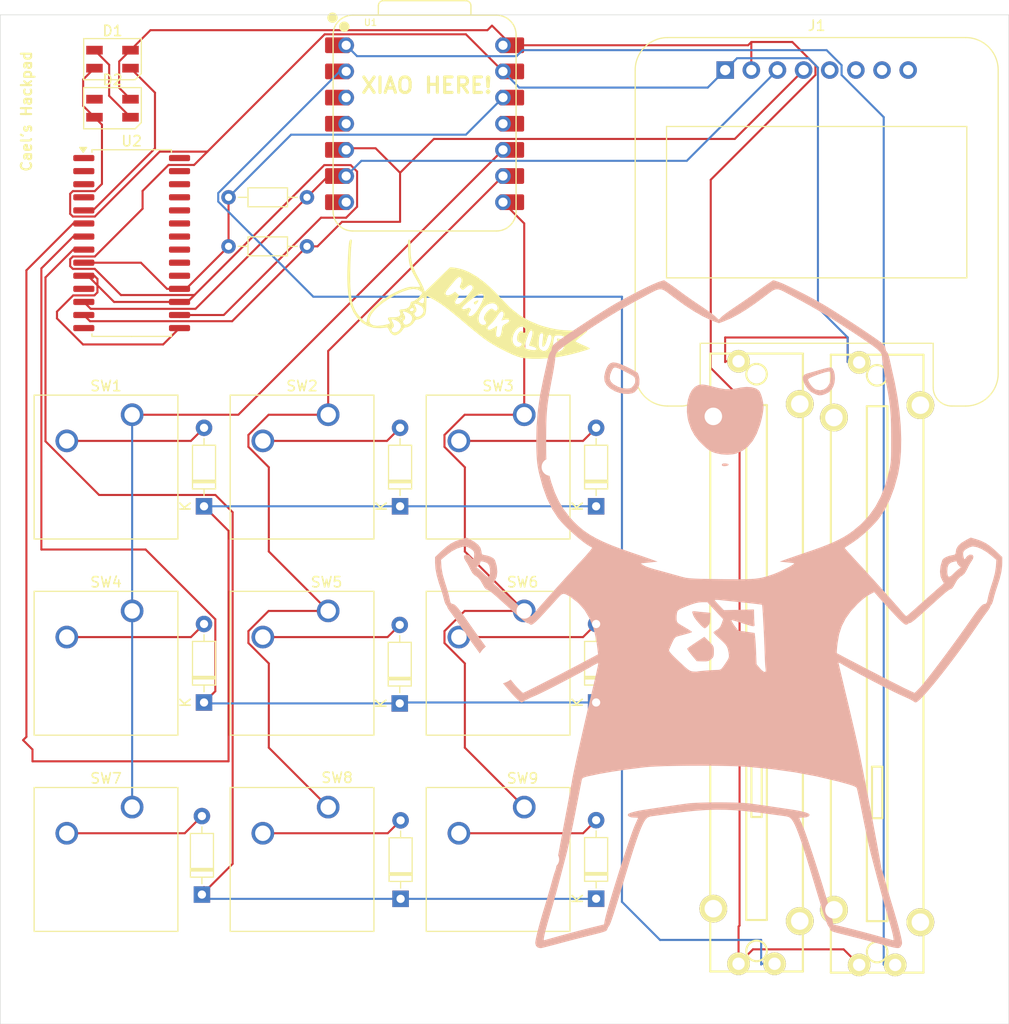
<source format=kicad_pcb>
(kicad_pcb (version 20240108) (generator "pcbnew") (generator_version "8.0")
  (layers (0 "F.Cu" signal) (31 "B.Cu" signal) (34 "B.Paste" user) (35 "F.Paste" user) (36 "B.SilkS" user "B.Silkscreen") (37 "F.SilkS" user "F.Silkscreen") (38 "B.Mask" user) (39 "F.Mask" user) (44 "Edge.Cuts" user))
  (net 0 "")
  (net 1 "GND")
  (net 2 "Net-(D1-DIN)")
  (net 3 "Net-(D1-DOUT)")
  (net 4 "+5V")
  (net 6 "Net-(U1-GPIO1{slash}RX)")
  (net 7 "Net-(U1-GPIO2{slash}SCK)")
  (net 8 "Net-(U1-GPIO4{slash}MISO)")
  (net 9 "Net-(D3-K)")
  (net 10 "Net-(D3-A)")
  (net 13 "Net-(D4-A)")
  (net 15 "Net-(D5-A)")
  (net 16 "Net-(D10-K)")
  (net 17 "Net-(D6-A)")
  (net 18 "Net-(D7-A)")
  (net 19 "Net-(D8-A)")
  (net 20 "Net-(D9-A)")
  (net 21 "Net-(D10-A)")
  (net 22 "Net-(J1-SCL)")
  (net 23 "+3.3V")
  (net 24 "Net-(J1-SDA)")
  (net 25 "Net-(U1-GPIO27{slash}ADC1{slash}A1)")
  (net 26 "Net-(U1-GPIO26{slash}ADC0{slash}A0)")
  (net 44 "Net-(D11-A)")
  (net 45 "Net-(D6-K)")
  (footprint "Button_Switch_Keyboard:SW_Cherry_MX_1.00u_PCB" (layer "F.Cu") (at 135.89 128.27)
    (property "Reference" "SW9" (at -0.15875 -2.794 0) (layer "F.SilkS"))
    (property "Value" "SW_Push")
    (pad "" np_thru_hole circle (at -7.62 5.08) (size 1.7 1.7) (drill 1.7) (layers "*.Cu" "*.Mask"))
    (pad "" np_thru_hole circle (at -2.54 5.08) (size 4 4) (drill 4) (layers "*.Cu" "*.Mask"))
    (pad "" np_thru_hole circle (at 2.54 5.08) (size 1.7 1.7) (drill 1.7) (layers "*.Cu" "*.Mask"))
    (pad "1" thru_hole circle (at 0 0) (size 2.2 2.2) (drill 1.5) (layers "*.Cu" "*.Mask") (net 6 "Net-(U1-GPIO1{slash}RX)"))
    (pad "2" thru_hole circle (at -6.35 2.54) (size 2.2 2.2) (drill 1.5) (layers "*.Cu" "*.Mask") (net 20 "Net-(D9-A)"))
  )
  (footprint "Diode_THT:D_DO-35_SOD27_P7.62mm_Horizontal" (layer "F.Cu") (at 104.568539 136.761167 90)
    (property "Reference" "D11" (hide yes))
    (property "Value" "D" (hide yes))
    (pad "1" thru_hole rect (at 0 0 90) (size 1.6 1.6) (drill 0.8) (layers "*.Cu" "*.Mask") (net 16 "Net-(D10-K)"))
    (pad "2" thru_hole oval (at 7.62 0 90) (size 1.6 1.6) (drill 0.8) (layers "*.Cu" "*.Mask") (net 44 "Net-(D11-A)"))
  )
  (footprint "LOGO" (layer "F.Cu") (at 130.430013 79.847115)
    (property "Reference" "G***" (hide yes))
    (property "Value" "LOGO" (hide yes))
  )
  (footprint "SLIDER:BOURNS-PTA4543_45mm-slide-pot" (layer "F.Cu") (at 158.464174 114.230737 90)
    (property "Reference" "R1" (hide yes))
    (property "Value" "PTA4543-2015DPB103" (hide yes))
    (pad "" thru_hole circle (at -25.1 4.2 90) (size 2.7 2.7) (drill 1.7) (layers "*.Cu" "*.Mask" "F.SilkS"))
    (pad "" thru_hole circle (at -23.9 -4.2 90) (size 2.7 2.7) (drill 1.7) (layers "*.Cu" "*.Mask" "F.SilkS"))
    (pad "" thru_hole circle (at 23.9 -4.2 90) (size 2.7 2.7) (drill 1.7) (layers "*.Cu" "*.Mask" "F.SilkS"))
    (pad "" thru_hole circle (at 25.1 4.2 90) (size 2.7 2.7) (drill 1.7) (layers "*.Cu" "*.Mask" "F.SilkS"))
    (pad "1" thru_hole circle (at -29.25 -1.75 90) (size 2.2 2.2) (drill 1.2) (layers "*.Cu" "*.Mask" "F.SilkS") (net 4 "+5V"))
    (pad "2" thru_hole circle (at -29.25 1.75 90) (size 2.2 2.2) (drill 1.2) (layers "*.Cu" "*.Mask" "F.SilkS") (net 25 "Net-(U1-GPIO27{slash}ADC1{slash}A1)"))
    (pad "3" thru_hole circle (at 29.25 -1.75 90) (size 2.2 2.2) (drill 1.2) (layers "*.Cu" "*.Mask" "F.SilkS") (net 1 "GND"))
  )
  (footprint "Button_Switch_Keyboard:SW_Cherry_MX_1.00u_PCB" (layer "F.Cu") (at 97.79 128.27)
    (property "Reference" "SW7" (at -2.54 -2.794 0) (layer "F.SilkS"))
    (property "Value" "SW_Push")
    (pad "" np_thru_hole circle (at -7.62 5.08) (size 1.7 1.7) (drill 1.7) (layers "*.Cu" "*.Mask"))
    (pad "" np_thru_hole circle (at -2.54 5.08) (size 4 4) (drill 4) (layers "*.Cu" "*.Mask"))
    (pad "" np_thru_hole circle (at 2.54 5.08) (size 1.7 1.7) (drill 1.7) (layers "*.Cu" "*.Mask"))
    (pad "1" thru_hole circle (at 0 0) (size 2.2 2.2) (drill 1.5) (layers "*.Cu" "*.Mask") (net 8 "Net-(U1-GPIO4{slash}MISO)"))
    (pad "2" thru_hole circle (at -6.35 2.54) (size 2.2 2.2) (drill 1.5) (layers "*.Cu" "*.Mask") (net 44 "Net-(D11-A)"))
  )
  (footprint "Diode_THT:D_DO-35_SOD27_P7.62mm_Horizontal" (layer "F.Cu") (at 104.775 99.06 90)
    (property "Reference" "D3" (hide yes))
    (property "Value" "D" (hide yes))
    (fp_text user "K" (at 0 -1.8 90) (layer "F.SilkS"))
    (pad "1" thru_hole rect (at 0 0 90) (size 1.6 1.6) (drill 0.8) (layers "*.Cu" "*.Mask") (net 9 "Net-(D3-K)"))
    (pad "2" thru_hole oval (at 7.62 0 90) (size 1.6 1.6) (drill 0.8) (layers "*.Cu" "*.Mask") (net 10 "Net-(D3-A)"))
  )
  (footprint "Button_Switch_Keyboard:SW_Cherry_MX_1.00u_PCB" (layer "F.Cu") (at 116.84 128.27)
    (property "Reference" "SW8" (at 0.865342 -2.8567 0) (layer "F.SilkS"))
    (property "Value" "SW_Push")
    (pad "" np_thru_hole circle (at -7.62 5.08) (size 1.7 1.7) (drill 1.7) (layers "*.Cu" "*.Mask"))
    (pad "" np_thru_hole circle (at -2.54 5.08) (size 4 4) (drill 4) (layers "*.Cu" "*.Mask"))
    (pad "" np_thru_hole circle (at 2.54 5.08) (size 1.7 1.7) (drill 1.7) (layers "*.Cu" "*.Mask"))
    (pad "1" thru_hole circle (at 0 0) (size 2.2 2.2) (drill 1.5) (layers "*.Cu" "*.Mask") (net 7 "Net-(U1-GPIO2{slash}SCK)"))
    (pad "2" thru_hole circle (at -6.35 2.54) (size 2.2 2.2) (drill 1.5) (layers "*.Cu" "*.Mask") (net 21 "Net-(D10-A)"))
  )
  (footprint "Diode_THT:D_DO-35_SOD27_P7.62mm_Horizontal" (layer "F.Cu") (at 123.825 99.06 90)
    (property "Reference" "D4" (hide yes))
    (property "Value" "D" (hide yes))
    (fp_text user "K" (at 0 -1.8 90) (layer "F.SilkS"))
    (pad "1" thru_hole rect (at 0 0 90) (size 1.6 1.6) (drill 0.8) (layers "*.Cu" "*.Mask") (net 9 "Net-(D3-K)"))
    (pad "2" thru_hole oval (at 7.62 0 90) (size 1.6 1.6) (drill 0.8) (layers "*.Cu" "*.Mask") (net 13 "Net-(D4-A)"))
  )
  (footprint "Diode_THT:D_DO-35_SOD27_P7.62mm_Horizontal" (layer "F.Cu") (at 123.877047 137.177225 90)
    (property "Reference" "D10" (hide yes))
    (property "Value" "D" (hide yes))
    (pad "1" thru_hole rect (at 0 0 90) (size 1.6 1.6) (drill 0.8) (layers "*.Cu" "*.Mask") (net 16 "Net-(D10-K)"))
    (pad "2" thru_hole oval (at 7.62 0 90) (size 1.6 1.6) (drill 0.8) (layers "*.Cu" "*.Mask") (net 21 "Net-(D10-A)"))
  )
  (footprint "SLIDER:BOURNS-PTA4543_45mm-slide-pot" (layer "F.Cu") (at 170.182623 114.342696 90)
    (property "Reference" "R2" (hide yes))
    (property "Value" "PTA4543-2015DPB103" (hide yes))
    (pad "" thru_hole circle (at -25.1 4.2 90) (size 2.7 2.7) (drill 1.7) (layers "*.Cu" "*.Mask" "F.SilkS"))
    (pad "" thru_hole circle (at -23.9 -4.2 90) (size 2.7 2.7) (drill 1.7) (layers "*.Cu" "*.Mask" "F.SilkS"))
    (pad "" thru_hole circle (at 23.9 -4.2 90) (size 2.7 2.7) (drill 1.7) (layers "*.Cu" "*.Mask" "F.SilkS"))
    (pad "" thru_hole circle (at 25.1 4.2 90) (size 2.7 2.7) (drill 1.7) (layers "*.Cu" "*.Mask" "F.SilkS"))
    (pad "1" thru_hole circle (at -29.25 -1.75 90) (size 2.2 2.2) (drill 1.2) (layers "*.Cu" "*.Mask" "F.SilkS") (net 4 "+5V"))
    (pad "2" thru_hole circle (at -29.25 1.75 90) (size 2.2 2.2) (drill 1.2) (layers "*.Cu" "*.Mask" "F.SilkS") (net 26 "Net-(U1-GPIO26{slash}ADC0{slash}A0)"))
    (pad "3" thru_hole circle (at 29.25 -1.75 90) (size 2.2 2.2) (drill 1.2) (layers "*.Cu" "*.Mask" "F.SilkS") (net 1 "GND"))
  )
  (footprint "LED_SMD:LED_SK6812MINI_PLCC4_3.5x3.5mm_P1.75mm" (layer "F.Cu") (at 95.88125 60.40625)
    (property "Reference" "D2" (at 0 -2.75 0) (layer "F.SilkS"))
    (property "Value" "SK6812MINI")
    (pad "1" smd rect (at -1.75 -0.875) (size 1.6 0.85) (layers "F.Cu" "F.Paste" "F.Mask"))
    (pad "2" smd rect (at -1.75 0.875) (size 1.6 0.85) (layers "F.Cu" "F.Paste" "F.Mask") (net 1 "GND"))
    (pad "3" smd rect (at 1.75 0.875) (size 1.6 0.85) (layers "F.Cu" "F.Paste" "F.Mask") (net 3 "Net-(D1-DOUT)"))
    (pad "4" smd rect (at 1.75 -0.875) (size 1.6 0.85) (layers "F.Cu" "F.Paste" "F.Mask") (net 4 "+5V"))
  )
  (footprint "OPL:XIAO-RP2040-DIP" (layer "F.Cu") (at 126.20625 61.9125)
    (property "Reference" "U1" (at -5.253538 -9.830784 0) (layer "F.SilkS") (effects (font (size 0.635 0.635) (thickness 0.1016))))
    (property "Value" "XIAO-RP2040-DIP")
    (pad "1" smd roundrect (at -8.455 -7.62 180) (size 2.432 1.524) (layers "F.Cu" "F.Mask") (roundrect_rratio 0.1) (net 26 "Net-(U1-GPIO26{slash}ADC0{slash}A0)"))
    (pad "1" thru_hole circle (at -7.62 -7.62 180) (size 1.524 1.524) (drill 0.889) (layers "*.Cu" "*.Mask") (net 26 "Net-(U1-GPIO26{slash}ADC0{slash}A0)"))
    (pad "2" smd roundrect (at -8.455 -5.08 180) (size 2.432 1.524) (layers "F.Cu" "F.Mask") (roundrect_rratio 0.1) (net 25 "Net-(U1-GPIO27{slash}ADC1{slash}A1)"))
    (pad "2" thru_hole circle (at -7.62 -5.08 180) (size 1.524 1.524) (drill 0.889) (layers "*.Cu" "*.Mask") (net 25 "Net-(U1-GPIO27{slash}ADC1{slash}A1)"))
    (pad "3" smd roundrect (at -8.455 -2.54 180) (size 2.432 1.524) (layers "F.Cu" "F.Mask") (roundrect_rratio 0.1))
    (pad "3" thru_hole circle (at -7.62 -2.54 180) (size 1.524 1.524) (drill 0.889) (layers "*.Cu" "*.Mask"))
    (pad "4" smd roundrect (at -8.455 0 180) (size 2.432 1.524) (layers "F.Cu" "F.Mask") (roundrect_rratio 0.1))
    (pad "4" thru_hole circle (at -7.62 0 180) (size 1.524 1.524) (drill 0.889) (layers "*.Cu" "*.Mask"))
    (pad "5" smd roundrect (at -8.455 2.54 180) (size 2.432 1.524) (layers "F.Cu" "F.Mask") (roundrect_rratio 0.1) (net 24 "Net-(J1-SDA)"))
    (pad "5" thru_hole circle (at -7.62 2.54 180) (size 1.524 1.524) (drill 0.889) (layers "*.Cu" "*.Mask") (net 24 "Net-(J1-SDA)"))
    (pad "6" smd roundrect (at -8.455 5.08 180) (size 2.432 1.524) (layers "F.Cu" "F.Mask") (roundrect_rratio 0.1) (net 22 "Net-(J1-SCL)"))
    (pad "6" thru_hole circle (at -7.62 5.08 180) (size 1.524 1.524) (drill 0.889) (layers "*.Cu" "*.Mask") (net 22 "Net-(J1-SCL)"))
    (pad "7" smd roundrect (at -8.455 7.62 180) (size 2.432 1.524) (layers "F.Cu" "F.Mask") (roundrect_rratio 0.1))
    (pad "7" thru_hole circle (at -7.62 7.62 180) (size 1.524 1.524) (drill 0.889) (layers "*.Cu" "*.Mask"))
    (pad "8" thru_hole circle (at 7.62 7.62) (size 1.524 1.524) (drill 0.889) (layers "*.Cu" "*.Mask") (net 6 "Net-(U1-GPIO1{slash}RX)"))
    (pad "8" smd roundrect (at 8.455 7.62) (size 2.432 1.524) (layers "F.Cu" "F.Mask") (roundrect_rratio 0.1) (net 6 "Net-(U1-GPIO1{slash}RX)"))
    (pad "9" thru_hole circle (at 7.62 5.08) (size 1.524 1.524) (drill 0.889) (layers "*.Cu" "*.Mask") (net 7 "Net-(U1-GPIO2{slash}SCK)"))
    (pad "9" smd roundrect (at 8.455 5.08) (size 2.432 1.524) (layers "F.Cu" "F.Mask") (roundrect_rratio 0.1) (net 7 "Net-(U1-GPIO2{slash}SCK)"))
    (pad "10" thru_hole circle (at 7.62 2.54) (size 1.524 1.524) (drill 0.889) (layers "*.Cu" "*.Mask") (net 8 "Net-(U1-GPIO4{slash}MISO)"))
    (pad "10" smd roundrect (at 8.455 2.54) (size 2.432 1.524) (layers "F.Cu" "F.Mask") (roundrect_rratio 0.1) (net 8 "Net-(U1-GPIO4{slash}MISO)"))
    (pad "11" thru_hole circle (at 7.62 0) (size 1.524 1.524) (drill 0.889) (layers "*.Cu" "*.Mask"))
    (pad "11" smd roundrect (at 8.455 0) (size 2.432 1.524) (layers "F.Cu" "F.Mask") (roundrect_rratio 0.1))
    (pad "12" thru_hole circle (at 7.62 -2.54) (size 1.524 1.524) (drill 0.889) (layers "*.Cu" "*.Mask") (net 23 "+3.3V"))
    (pad "12" smd roundrect (at 8.455 -2.54) (size 2.432 1.524) (layers "F.Cu" "F.Mask") (roundrect_rratio 0.1) (net 23 "+3.3V"))
    (pad "13" thru_hole circle (at 7.62 -5.08) (size 1.524 1.524) (drill 0.889) (layers "*.Cu" "*.Mask") (net 1 "GND"))
    (pad "13" smd roundrect (at 8.455 -5.08) (size 2.432 1.524) (layers "F.Cu" "F.Mask") (roundrect_rratio 0.1) (net 1 "GND"))
    (pad "14" thru_hole circle (at 7.62 -7.62) (size 1.524 1.524) (drill 0.889) (layers "*.Cu" "*.Mask") (net 4 "+5V"))
    (pad "14" smd roundrect (at 8.455 -7.62) (size 2.432 1.524) (layers "F.Cu" "F.Mask") (roundrect_rratio 0.1) (net 4 "+5V"))
  )
  (footprint "Button_Switch_Keyboard:SW_Cherry_MX_1.00u_PCB" (layer "F.Cu") (at 116.84 109.22)
    (property "Reference" "SW5" (at -0.15875 -2.794 0) (layer "F.SilkS"))
    (property "Value" "SW_Push")
    (pad "" np_thru_hole circle (at -7.62 5.08) (size 1.7 1.7) (drill 1.7) (layers "*.Cu" "*.Mask"))
    (pad "" np_thru_hole circle (at -2.54 5.08) (size 4 4) (drill 4) (layers "*.Cu" "*.Mask"))
    (pad "" np_thru_hole circle (at 2.54 5.08) (size 1.7 1.7) (drill 1.7) (layers "*.Cu" "*.Mask"))
    (pad "1" thru_hole circle (at 0 0) (size 2.2 2.2) (drill 1.5) (layers "*.Cu" "*.Mask") (net 7 "Net-(U1-GPIO2{slash}SCK)"))
    (pad "2" thru_hole circle (at -6.35 2.54) (size 2.2 2.2) (drill 1.5) (layers "*.Cu" "*.Mask") (net 18 "Net-(D7-A)"))
  )
  (footprint "Diode_THT:D_DO-35_SOD27_P7.62mm_Horizontal" (layer "F.Cu") (at 142.875 118.11 90)
    (property "Reference" "D8" (hide yes))
    (property "Value" "D" (hide yes))
    (fp_text user "K" (at 0 -1.8 90) (layer "F.SilkS"))
    (pad "1" thru_hole rect (at 0 0 90) (size 1.6 1.6) (drill 0.8) (layers "*.Cu" "*.Mask") (net 45 "Net-(D6-K)"))
    (pad "2" thru_hole oval (at 7.62 0 90) (size 1.6 1.6) (drill 0.8) (layers "*.Cu" "*.Mask") (net 19 "Net-(D8-A)"))
  )
  (footprint "Resistor_THT:R_Axial_DIN0204_L3.6mm_D1.6mm_P7.62mm_Horizontal" (layer "F.Cu") (at 107.15625 69.05625)
    (property "Reference" "R4" (hide yes))
    (property "Value" "R")
    (pad "1" thru_hole circle (at 0 0) (size 1.4 1.4) (drill 0.7) (layers "*.Cu" "*.Mask") (net 23 "+3.3V"))
    (pad "2" thru_hole oval (at 7.62 0) (size 1.4 1.4) (drill 0.7) (layers "*.Cu" "*.Mask") (net 22 "Net-(J1-SCL)"))
  )
  (footprint "Diode_THT:D_DO-35_SOD27_P7.62mm_Horizontal" (layer "F.Cu") (at 142.875 99.06 90)
    (property "Reference" "D5" (hide yes))
    (property "Value" "D" (hide yes))
    (fp_text user "K" (at 0 -1.8 90) (layer "F.SilkS"))
    (pad "1" thru_hole rect (at 0 0 90) (size 1.6 1.6) (drill 0.8) (layers "*.Cu" "*.Mask") (net 9 "Net-(D3-K)"))
    (pad "2" thru_hole oval (at 7.62 0 90) (size 1.6 1.6) (drill 0.8) (layers "*.Cu" "*.Mask") (net 15 "Net-(D5-A)"))
  )
  (footprint "Diode_THT:D_DO-35_SOD27_P7.62mm_Horizontal" (layer "F.Cu") (at 142.875 137.16 90)
    (property "Reference" "D9" (hide yes))
    (property "Value" "D" (hide yes))
    (fp_text user "K" (at 0 -1.8 90) (layer "F.SilkS"))
    (pad "1" thru_hole rect (at 0 0 90) (size 1.6 1.6) (drill 0.8) (layers "*.Cu" "*.Mask") (net 16 "Net-(D10-K)"))
    (pad "2" thru_hole oval (at 7.62 0 90) (size 1.6 1.6) (drill 0.8) (layers "*.Cu" "*.Mask") (net 20 "Net-(D9-A)"))
  )
  (footprint "LED_SMD:LED_SK6812MINI_PLCC4_3.5x3.5mm_P1.75mm" (layer "F.Cu") (at 95.88125 55.64375)
    (property "Reference" "D1" (at 0 -2.75 0) (layer "F.SilkS"))
    (property "Value" "SK6812MINI")
    (pad "1" smd rect (at -1.75 -0.875) (size 1.6 0.85) (layers "F.Cu" "F.Paste" "F.Mask") (net 3 "Net-(D1-DOUT)"))
    (pad "2" smd rect (at -1.75 0.875) (size 1.6 0.85) (layers "F.Cu" "F.Paste" "F.Mask") (net 1 "GND"))
    (pad "3" smd rect (at 1.75 0.875) (size 1.6 0.85) (layers "F.Cu" "F.Paste" "F.Mask") (net 2 "Net-(D1-DIN)"))
    (pad "4" smd rect (at 1.75 -0.875) (size 1.6 0.85) (layers "F.Cu" "F.Paste" "F.Mask") (net 4 "+5V"))
  )
  (footprint "Button_Switch_Keyboard:SW_Cherry_MX_1.00u_PCB" (layer "F.Cu") (at 116.84 90.17)
    (property "Reference" "SW2" (at -2.54 -2.794 0) (layer "F.SilkS"))
    (property "Value" "SW_Push")
    (pad "" np_thru_hole circle (at -7.62 5.08) (size 1.7 1.7) (drill 1.7) (layers "*.Cu" "*.Mask"))
    (pad "" np_thru_hole circle (at -2.54 5.08) (size 4 4) (drill 4) (layers "*.Cu" "*.Mask"))
    (pad "" np_thru_hole circle (at 2.54 5.08) (size 1.7 1.7) (drill 1.7) (layers "*.Cu" "*.Mask"))
    (pad "1" thru_hole circle (at 0 0) (size 2.2 2.2) (drill 1.5) (layers "*.Cu" "*.Mask") (net 7 "Net-(U1-GPIO2{slash}SCK)"))
    (pad "2" thru_hole circle (at -6.35 2.54) (size 2.2 2.2) (drill 1.5) (layers "*.Cu" "*.Mask") (net 13 "Net-(D4-A)"))
  )
  (footprint "Diode_THT:D_DO-35_SOD27_P7.62mm_Horizontal" (layer "F.Cu") (at 123.793077 118.200054 90)
    (property "Reference" "D7" (hide yes))
    (property "Value" "D" (hide yes))
    (fp_text user "K" (at 0 -1.8 90) (layer "F.SilkS"))
    (pad "1" thru_hole rect (at 0 0 90) (size 1.6 1.6) (drill 0.8) (layers "*.Cu" "*.Mask") (net 45 "Net-(D6-K)"))
    (pad "2" thru_hole oval (at 7.62 0 90) (size 1.6 1.6) (drill 0.8) (layers "*.Cu" "*.Mask") (net 18 "Net-(D7-A)"))
  )
  (footprint "Button_Switch_Keyboard:SW_Cherry_MX_1.00u_PCB" (layer "F.Cu") (at 135.89 90.17)
    (property "Reference" "SW3" (at -2.54 -2.794 0) (layer "F.SilkS"))
    (property "Value" "SW_Push")
    (pad "" np_thru_hole circle (at -7.62 5.08) (size 1.7 1.7) (drill 1.7) (layers "*.Cu" "*.Mask"))
    (pad "" np_thru_hole circle (at -2.54 5.08) (size 4 4) (drill 4) (layers "*.Cu" "*.Mask"))
    (pad "" np_thru_hole circle (at 2.54 5.08) (size 1.7 1.7) (drill 1.7) (layers "*.Cu" "*.Mask"))
    (pad "1" thru_hole circle (at 0 0) (size 2.2 2.2) (drill 1.5) (layers "*.Cu" "*.Mask") (net 6 "Net-(U1-GPIO1{slash}RX)"))
    (pad "2" thru_hole circle (at -6.35 2.54) (size 2.2 2.2) (drill 1.5) (layers "*.Cu" "*.Mask") (net 15 "Net-(D5-A)"))
  )
  (footprint "Button_Switch_Keyboard:SW_Cherry_MX_1.00u_PCB" (layer "F.Cu") (at 97.79 90.17)
    (property "Reference" "SW1" (at -2.54 -2.794 0) (layer "F.SilkS"))
    (property "Value" "SW_Push")
    (pad "" np_thru_hole circle (at -7.62 5.08) (size 1.7 1.7) (drill 1.7) (layers "*.Cu" "*.Mask"))
    (pad "" np_thru_hole circle (at -2.54 5.08) (size 4 4) (drill 4) (layers "*.Cu" "*.Mask"))
    (pad "" np_thru_hole circle (at 2.54 5.08) (size 1.7 1.7) (drill 1.7) (layers "*.Cu" "*.Mask"))
    (pad "1" thru_hole circle (at 0 0) (size 2.2 2.2) (drill 1.5) (layers "*.Cu" "*.Mask") (net 8 "Net-(U1-GPIO4{slash}MISO)"))
    (pad "2" thru_hole circle (at -6.35 2.54) (size 2.2 2.2) (drill 1.5) (layers "*.Cu" "*.Mask") (net 10 "Net-(D3-A)"))
  )
  (footprint "Button_Switch_Keyboard:SW_Cherry_MX_1.00u_PCB" (layer "F.Cu") (at 135.89 109.22)
    (property "Reference" "SW6" (at -0.15875 -2.794 0) (layer "F.SilkS"))
    (property "Value" "SW_Push")
    (pad "" np_thru_hole circle (at -7.62 5.08) (size 1.7 1.7) (drill 1.7) (layers "*.Cu" "*.Mask"))
    (pad "" np_thru_hole circle (at -2.54 5.08) (size 4 4) (drill 4) (layers "*.Cu" "*.Mask"))
    (pad "" np_thru_hole circle (at 2.54 5.08) (size 1.7 1.7) (drill 1.7) (layers "*.Cu" "*.Mask"))
    (pad "1" thru_hole circle (at 0 0) (size 2.2 2.2) (drill 1.5) (layers "*.Cu" "*.Mask") (net 6 "Net-(U1-GPIO1{slash}RX)"))
    (pad "2" thru_hole circle (at -6.35 2.54) (size 2.2 2.2) (drill 1.5) (layers "*.Cu" "*.Mask") (net 19 "Net-(D8-A)"))
  )
  (footprint "Package_SO:SOIC-28W_7.5x17.9mm_P1.27mm" (layer "F.Cu") (at 97.74375 73.50125)
    (property "Reference" "U2" (at 0 -9.9 0) (layer "F.SilkS"))
    (property "Value" "MCP23017_SO")
    (pad "1" smd roundrect (at -4.65 -8.255) (size 2.05 0.6) (layers "F.Cu" "F.Paste" "F.Mask"))
    (pad "2" smd roundrect (at -4.65 -6.985) (size 2.05 0.6) (layers "F.Cu" "F.Paste" "F.Mask"))
    (pad "3" smd roundrect (at -4.65 -5.715) (size 2.05 0.6) (layers "F.Cu" "F.Paste" "F.Mask"))
    (pad "4" smd roundrect (at -4.65 -4.445) (size 2.05 0.6) (layers "F.Cu" "F.Paste" "F.Mask"))
    (pad "5" smd roundrect (at -4.65 -3.175) (size 2.05 0.6) (layers "F.Cu" "F.Paste" "F.Mask") (net 2 "Net-(D1-DIN)"))
    (pad "6" smd roundrect (at -4.65 -1.905) (size 2.05 0.6) (layers "F.Cu" "F.Paste" "F.Mask") (net 9 "Net-(D3-K)"))
    (pad "7" smd roundrect (at -4.65 -0.635) (size 2.05 0.6) (layers "F.Cu" "F.Paste" "F.Mask") (net 45 "Net-(D6-K)"))
    (pad "8" smd roundrect (at -4.65 0.635) (size 2.05 0.6) (layers "F.Cu" "F.Paste" "F.Mask") (net 16 "Net-(D10-K)"))
    (pad "9" smd roundrect (at -4.65 1.905) (size 2.05 0.6) (layers "F.Cu" "F.Paste" "F.Mask") (net 23 "+3.3V"))
    (pad "10" smd roundrect (at -4.65 3.175) (size 2.05 0.6) (layers "F.Cu" "F.Paste" "F.Mask") (net 1 "GND"))
    (pad "11" smd roundrect (at -4.65 4.445) (size 2.05 0.6) (layers "F.Cu" "F.Paste" "F.Mask"))
    (pad "12" smd roundrect (at -4.65 5.715) (size 2.05 0.6) (layers "F.Cu" "F.Paste" "F.Mask") (net 22 "Net-(J1-SCL)"))
    (pad "13" smd roundrect (at -4.65 6.985) (size 2.05 0.6) (layers "F.Cu" "F.Paste" "F.Mask") (net 24 "Net-(J1-SDA)"))
    (pad "14" smd roundrect (at -4.65 8.255) (size 2.05 0.6) (layers "F.Cu" "F.Paste" "F.Mask"))
    (pad "15" smd roundrect (at 4.65 8.255) (size 2.05 0.6) (layers "F.Cu" "F.Paste" "F.Mask") (net 1 "GND"))
    (pad "16" smd roundrect (at 4.65 6.985) (size 2.05 0.6) (layers "F.Cu" "F.Paste" "F.Mask") (net 1 "GND"))
    (pad "17" smd roundrect (at 4.65 5.715) (size 2.05 0.6) (layers "F.Cu" "F.Paste" "F.Mask") (net 1 "GND"))
    (pad "18" smd roundrect (at 4.65 4.445) (size 2.05 0.6) (layers "F.Cu" "F.Paste" "F.Mask") (net 23 "+3.3V"))
    (pad "19" smd roundrect (at 4.65 3.175) (size 2.05 0.6) (layers "F.Cu" "F.Paste" "F.Mask"))
    (pad "20" smd roundrect (at 4.65 1.905) (size 2.05 0.6) (layers "F.Cu" "F.Paste" "F.Mask"))
    (pad "21" smd roundrect (at 4.65 0.635) (size 2.05 0.6) (layers "F.Cu" "F.Paste" "F.Mask"))
    (pad "22" smd roundrect (at 4.65 -0.635) (size 2.05 0.6) (layers "F.Cu" "F.Paste" "F.Mask"))
    (pad "23" smd roundrect (at 4.65 -1.905) (size 2.05 0.6) (layers "F.Cu" "F.Paste" "F.Mask"))
    (pad "24" smd roundrect (at 4.65 -3.175) (size 2.05 0.6) (layers "F.Cu" "F.Paste" "F.Mask"))
    (pad "25" smd roundrect (at 4.65 -4.445) (size 2.05 0.6) (layers "F.Cu" "F.Paste" "F.Mask"))
    (pad "26" smd roundrect (at 4.65 -5.715) (size 2.05 0.6) (layers "F.Cu" "F.Paste" "F.Mask"))
    (pad "27" smd roundrect (at 4.65 -6.985) (size 2.05 0.6) (layers "F.Cu" "F.Paste" "F.Mask"))
    (pad "28" smd roundrect (at 4.65 -8.255) (size 2.05 0.6) (layers "F.Cu" "F.Paste" "F.Mask"))
  )
  (footprint "Button_Switch_Keyboard:SW_Cherry_MX_1.00u_PCB" (layer "F.Cu") (at 97.79 109.22)
    (property "Reference" "SW4" (at -2.54 -2.794 0) (layer "F.SilkS"))
    (property "Value" "SW_Push")
    (pad "" np_thru_hole circle (at -7.62 5.08) (size 1.7 1.7) (drill 1.7) (layers "*.Cu" "*.Mask"))
    (pad "" np_thru_hole circle (at -2.54 5.08) (size 4 4) (drill 4) (layers "*.Cu" "*.Mask"))
    (pad "" np_thru_hole circle (at 2.54 5.08) (size 1.7 1.7) (drill 1.7) (layers "*.Cu" "*.Mask"))
    (pad "1" thru_hole circle (at 0 0) (size 2.2 2.2) (drill 1.5) (layers "*.Cu" "*.Mask") (net 8 "Net-(U1-GPIO4{slash}MISO)"))
    (pad "2" thru_hole circle (at -6.35 2.54) (size 2.2 2.2) (drill 1.5) (layers "*.Cu" "*.Mask") (net 17 "Net-(D6-A)"))
  )
  (footprint "Resistor_THT:R_Axial_DIN0204_L3.6mm_D1.6mm_P7.62mm_Horizontal" (layer "F.Cu") (at 107.15625 73.81875)
    (property "Reference" "R3" (hide yes))
    (property "Value" "R")
    (pad "1" thru_hole circle (at 0 0) (size 1.4 1.4) (drill 0.7) (layers "*.Cu" "*.Mask") (net 23 "+3.3V"))
    (pad "2" thru_hole oval (at 7.62 0) (size 1.4 1.4) (drill 0.7) (layers "*.Cu" "*.Mask") (net 24 "Net-(J1-SDA)"))
  )
  (footprint "Diode_THT:D_DO-35_SOD27_P7.62mm_Horizontal" (layer "F.Cu") (at 104.775 118.11 90)
    (property "Reference" "D6" (hide yes))
    (property "Value" "D" (hide yes))
    (fp_text user "K" (at 0 -1.8 90) (layer "F.SilkS"))
    (pad "1" thru_hole rect (at 0 0 90) (size 1.6 1.6) (drill 0.8) (layers "*.Cu" "*.Mask") (net 45 "Net-(D6-K)"))
    (pad "2" thru_hole oval (at 7.62 0 90) (size 1.6 1.6) (drill 0.8) (layers "*.Cu" "*.Mask") (net 17 "Net-(D6-A)"))
  )
  (footprint "Display:Adafruit_SSD1306" (layer "F.Cu") (at 155.41625 56.7025)
    (property "Reference" "J1" (at 8.89 -4.315 0) (layer "F.SilkS"))
    (property "Value" "OLED_128x64")
    (pad "" np_thru_hole circle (at -5.588 0) (size 2.7 2.7) (drill 2.7) (layers "*.Cu" "*.Mask"))
    (pad "" np_thru_hole circle (at -5.588 29.464) (size 2.7 2.7) (drill 2.7) (layers "*.Cu" "*.Mask"))
    (pad "" np_thru_hole circle (at 23.368 0) (size 2.7 2.7) (drill 2.7) (layers "*.Cu" "*.Mask"))
    (pad "" np_thru_hole circle (at 23.368 29.464) (size 2.7 2.7) (drill 2.7) (layers "*.Cu" "*.Mask"))
    (pad "1" thru_hole rect (at 0 0) (size 1.7 1.7) (drill 1) (layers "*.Cu" "*.Mask") (net 1 "GND"))
    (pad "2" thru_hole circle (at 2.54 0) (size 1.7 1.7) (drill 1) (layers "*.Cu" "*.Mask") (net 4 "+5V"))
    (pad "3" thru_hole circle (at 5.08 0) (size 1.7 1.7) (drill 1) (layers "*.Cu" "*.Mask") (net 22 "Net-(J1-SCL)"))
    (pad "4" thru_hole circle (at 7.62 0) (size 1.7 1.7) (drill 1) (layers "*.Cu" "*.Mask") (net 24 "Net-(J1-SDA)"))
    (pad "5" thru_hole circle (at 10.16 0) (size 1.7 1.7) (drill 1) (layers "*.Cu" "*.Mask"))
    (pad "6" thru_hole circle (at 12.7 0) (size 1.7 1.7) (drill 1) (layers "*.Cu" "*.Mask"))
    (pad "7" thru_hole circle (at 15.24 0) (size 1.7 1.7) (drill 1) (layers "*.Cu" "*.Mask"))
    (pad "8" thru_hole circle (at 17.78 0) (size 1.7 1.7) (drill 1) (layers "*.Cu" "*.Mask"))
  )
  (footprint "LOGO" (layer "B.Cu") (at 154.569583 102.86963 180)
    (property "Reference" "G***" (hide yes))
    (property "Value" "LOGO" (hide yes))
  )
  (gr_rect (start 84.97461 51.336524) (end 182.97461 149.336524) (stroke (width 0.05)) (fill none) (layer "Edge.Cuts"))
  (gr_text "Cael's Hackpad" (at 88.10625 66.675 90) (layer "F.SilkS") (effects (font (size 1 1) (thickness 0.2) (bold yes)) (justify left bottom)))
  (gr_text "XIAO HERE!" (at 119.891057 59.070164 0) (layer "F.SilkS") (effects (font (size 1.5 1.5) (thickness 0.3) (bold yes)) (justify left bottom)))
  (segment (start 100.80625 83.34375) (end 102.39375 81.75625) (width 0.2) (layer "F.Cu") (net 1))
  (segment (start 98.804988 70.160564) (end 98.804988 68.43946) (width 0.2) (layer "F.Cu") (net 1))
  (segment (start 91.76875 70.666802) (end 92.028198 70.92625) (width 0.2) (layer "F.Cu") (net 1))
  (segment (start 90.4875 80.156948) (end 90.4875 80.815552) (width 0.2) (layer "F.Cu") (net 1))
  (segment (start 91.76875 75.065698) (end 92.028198 74.80625) (width 0.2) (layer "F.Cu") (net 1))
  (segment (start 100.462909 64.622643) (end 105.103893 64.622643) (width 0.2) (layer "F.Cu") (net 1))
  (segment (start 119.026145 65.9305) (end 116.458714 65.9305) (width 0.2) (layer "F.Cu") (net 1))
  (segment (start 119.64825 66.552605) (end 119.026145 65.9305) (width 0.2) (layer "F.Cu") (net 1))
  (segment (start 118.583145 71.0375) (end 119.64825 69.972395) (width 0.2) (layer "F.Cu") (net 1))
  (segment (start 102.39375 80.48625) (end 106.694536 80.48625) (width 0.2) (layer "F.Cu") (net 1))
  (segment (start 119.64825 69.972395) (end 119.64825 66.552605) (width 0.2) (layer "F.Cu") (net 1))
  (segment (start 155.4125 82.66875) (end 155.4125 85.05) (width 0.2) (layer "F.Cu") (net 1))
  (segment (start 116.143286 71.0375) (end 118.583145 71.0375) (width 0.2) (layer "F.Cu") (net 1))
  (segment (start 94.85625 67.759302) (end 94.159302 68.45625) (width 0.2) (layer "F.Cu") (net 1))
  (segment (start 92.028198 76.00625) (end 91.76875 75.746802) (width 0.2) (layer "F.Cu") (net 1))
  (segment (start 103.842964 78.54625) (end 96.699302 78.54625) (width 0.2) (layer "F.Cu") (net 1))
  (segment (start 91.76875 75.746802) (end 91.76875 75.065698) (width 0.2) (layer "F.Cu") (net 1))
  (segment (start 96.699302 78.54625) (end 94.159302 76.00625) (width 0.2) (layer "F.Cu") (net 1))
  (segment (start 156.714174 84.980737) (end 155.481763 84.980737) (width 0.2) (layer "F.Cu") (net 1))
  (segment (start 94.13125 61.28125) (end 94.85625 62.00625) (width 0.2) (layer "F.Cu") (net 1))
  (segment (start 92.028198 70.92625) (end 94.159302 70.92625) (width 0.2) (layer "F.Cu") (net 1))
  (segment (start 94.118749 76.67625) (end 94.41875 76.976251) (width 0.2) (layer "F.Cu") (net 1))
  (segment (start 94.41875 76.976251) (end 94.41875 78.286802) (width 0.2) (layer "F.Cu") (net 1))
  (segment (start 94.159302 76.00625) (end 92.028198 76.00625) (width 0.2) (layer "F.Cu") (net 1))
  (segment (start 92.063198 78.58125) (end 90.4875 80.156948) (width 0.2) (layer "F.Cu") (net 1))
  (segment (start 94.124302 78.58125) (end 92.063198 78.58125) (width 0.2) (layer "F.Cu") (net 1))
  (segment (start 167.31875 82.66875) (end 167.31875 85.05) (width 0.2) (layer "F.Cu") (net 1))
  (segment (start 103.172964 79.21625) (end 103.842964 78.54625) (width 0.2) (layer "F.Cu") (net 1))
  (segment (start 103.810286 65.91625) (end 105.103893 64.622643) (width 0.2) (layer "F.Cu") (net 1))
  (segment (start 94.159302 70.92625) (end 100.462909 64.622643) (width 0.2) (layer "F.Cu") (net 1))
  (segment (start 94.41875 78.286802) (end 94.124302 78.58125) (width 0.2) (layer "F.Cu") (net 1))
  (segment (start 96.029302 79.21625) (end 102.39375 79.21625) (width 0.2) (layer "F.Cu") (net 1))
  (segment (start 93.03125 60.18125) (end 94.13125 61.28125) (width 0.2) (layer "F.Cu") (net 1))
  (segment (start 94.85625 62.00625) (end 94.85625 67.759302) (width 0.2) (layer "F.Cu") (net 1))
  (segment (start 116.458714 65.9305) (end 103.172964 79.21625) (width 0.2) (layer "F.Cu") (net 1))
  (segment (start 94.159302 74.80625) (end 98.804988 70.160564) (width 0.2) (layer "F.Cu") (net 1))
  (segment (start 98.804988 68.43946) (end 101.328198 65.91625) (width 0.2) (layer "F.Cu") (net 1))
  (segment (start 94.159302 68.45625) (end 92.028198 68.45625) (width 0.2) (layer "F.Cu") (net 1))
  (segment (start 90.4875 80.815552) (end 93.015698 83.34375) (width 0.2) (layer "F.Cu") (net 1))
  (segment (start 93.489302 76.67625) (end 96.029302 79.21625) (width 0.2) (layer "F.Cu") (net 1))
  (segment (start 92.028198 74.80625) (end 94.159302 74.80625) (width 0.2) (layer "F.Cu") (net 1))
  (segment (start 103.172964 79.21625) (end 102.39375 79.21625) (width 0.2) (layer "F.Cu") (net 1))
  (segment (start 106.694536 80.48625) (end 116.143286 71.0375) (width 0.2) (layer "F.Cu") (net 1))
  (segment (start 93.015698 83.34375) (end 100.80625 83.34375) (width 0.2) (layer "F.Cu") (net 1))
  (segment (start 93.03125 57.61875) (end 93.03125 60.18125) (width 0.2) (layer "F.Cu") (net 1))
  (segment (start 105.103893 64.622643) (end 116.496036 53.2305) (width 0.2) (layer "F.Cu") (net 1))
  (segment (start 91.76875 68.715698) (end 91.76875 70.666802) (width 0.2) (layer "F.Cu") (net 1))
  (segment (start 130.22425 53.2305) (end 133.82625 56.8325) (width 0.2) (layer "F.Cu") (net 1))
  (segment (start 93.09375 76.67625) (end 94.118749 76.67625) (width 0.2) (layer "F.Cu") (net 1))
  (segment (start 102.39375 80.48625) (end 102.39375 80.68625) (width 0.2) (layer "F.Cu") (net 1))
  (segment (start 155.4125 82.66875) (end 167.31875 82.66875) (width 0.2) (layer "F.Cu") (net 1))
  (segment (start 155.481763 84.980737) (end 155.4125 85.05) (width 0.2) (layer "F.Cu") (net 1))
  (segment (start 94.13125 56.51875) (end 93.03125 57.61875) (width 0.2) (layer "F.Cu") (net 1))
  (segment (start 101.328198 65.91625) (end 103.810286 65.91625) (width 0.2) (layer "F.Cu") (net 1))
  (segment (start 92.028198 68.45625) (end 91.76875 68.715698) (width 0.2) (layer "F.Cu") (net 1))
  (segment (start 116.496036 53.2305) (end 130.22425 53.2305) (width 0.2) (layer "F.Cu") (net 1))
  (segment (start 168.432623 85.092696) (end 168.389927 85.05) (width 0.2) (layer "B.Cu") (net 1))
  (segment (start 167.31875 82.66875) (end 167.31875 85.05) (width 0.2) (layer "B.Cu") (net 1))
  (segment (start 164.42625 56.466154) (end 164.42625 79.77625) (width 0.2) (layer "B.Cu") (net 1))
  (segment (start 156.56625 55.5525) (end 155.41625 56.7025) (width 0.2) (layer "B.Cu") (net 1))
  (segment (start 135.39625 58.4025) (end 153.71625 58.4025) (width 0.2) (layer "B.Cu") (net 1))
  (segment (start 133.82625 56.8325) (end 135.39625 58.4025) (width 0.2) (layer "B.Cu") (net 1))
  (segment (start 163.512596 55.5525) (end 156.56625 55.5525) (width 0.2) (layer "B.Cu") (net 1))
  (segment (start 163.512596 55.5525) (end 164.42625 56.466154) (width 0.2) (layer "B.Cu") (net 1))
  (segment (start 168.389927 85.05) (end 167.31875 85.05) (width 0.2) (layer "B.Cu") (net 1))
  (segment (start 153.71625 58.4025) (end 155.41625 56.7025) (width 0.2) (layer "B.Cu") (net 1))
  (segment (start 164.42625 79.77625) (end 167.31875 82.66875) (width 0.2) (layer "B.Cu") (net 1))
  (segment (start 97.63125 56.51875) (end 100.008131 58.895631) (width 0.2) (layer "F.Cu") (net 2))
  (segment (start 100.008131 58.895631) (end 100.008131 64.298119) (width 0.2) (layer "F.Cu") (net 2))
  (segment (start 93.98 70.32625) (end 93.09375 70.32625) (width 0.2) (layer "F.Cu") (net 2))
  (segment (start 100.008131 64.298119) (end 93.98 70.32625) (width 0.2) (layer "F.Cu") (net 2))
  (segment (start 95.55625 59.20625) (end 97.63125 61.28125) (width 0.2) (layer "F.Cu") (net 3))
  (segment (start 95.55625 56.19375) (end 95.55625 59.20625) (width 0.2) (layer "F.Cu") (net 3))
  (segment (start 94.13125 54.76875) (end 95.55625 56.19375) (width 0.2) (layer "F.Cu") (net 3))
  (segment (start 94.13125 54.76875) (end 93.75625 54.76875) (width 0.2) (layer "F.Cu") (net 3))
  (segment (start 97.63125 54.76875) (end 96.53125 55.86875) (width 0.2) (layer "F.Cu") (net 4))
  (segment (start 97.63125 54.76875) (end 99.5695 52.8305) (width 0.2) (layer "F.Cu") (net 4))
  (segment (start 166.920664 142.080737) (end 168.432623 143.592696) (width 0.2) (layer "F.Cu") (net 4))
  (segment (start 164.18625 56.226154) (end 161.935096 53.975) (width 0.2) (layer "F.Cu") (net 4))
  (segment (start 168.432623 143.592696) (end 168.389927 143.55) (width 0.2) (layer "F.Cu") (net 4))
  (segment (start 156.8125 88.429899) (end 156.8125 139.76875) (width 0.2) (layer "F.Cu") (net 4))
  (segment (start 164.18625 56.226154) (end 164.18625 57.178846) (width 0.2) (layer "F.Cu") (net 4))
  (segment (start 164.18625 57.178846) (end 154.0125 67.352596) (width 0.2) (layer "F.Cu") (net 4))
  (segment (start 156.8125 139.76875) (end 156.714174 139.867076) (width 0.2) (layer "F.Cu") (net 4))
  (segment (start 157.95625 56.7025) (end 157.95625 53.975) (width 0.2) (layer "F.Cu") (net 4))
  (segment (start 132.75625 52.3875) (end 134.66125 54.2925) (width 0.2) (layer "F.Cu") (net 4))
  (segment (start 161.935096 53.975) (end 157.95625 53.975) (width 0.2) (layer "F.Cu") (net 4))
  (segment (start 157.63875 54.2925) (end 133.82625 54.2925) (width 0.2) (layer "F.Cu") (net 4))
  (segment (start 156.714174 143.480737) (end 158.114174 142.080737) (width 0.2) (layer "F.Cu") (net 4))
  (segment (start 154.0125 67.352596) (end 154.0125 85.629899) (width 0.2) (layer "F.Cu") (net 4))
  (segment (start 99.5695 52.8305) (end 132.31325 52.8305) (width 0.2) (layer "F.Cu") (net 4))
  (segment (start 158.114174 142.080737) (end 166.920664 142.080737) (width 0.2) (layer "F.Cu") (net 4))
  (segment (start 96.53125 55.86875) (end 96.53125 58.43125) (width 0.2) (layer "F.Cu") (net 4))
  (segment (start 132.31325 52.8305) (end 132.75625 52.3875) (width 0.2) (layer "F.Cu") (net 4))
  (segment (start 154.0125 85.629899) (end 156.8125 88.429899) (width 0.2) (layer "F.Cu") (net 4))
  (segment (start 157.95625 53.975) (end 157.63875 54.2925) (width 0.2) (layer "F.Cu") (net 4))
  (segment (start 97.25625 59.53125) (end 97.63125 59.53125) (width 0.2) (layer "F.Cu") (net 4))
  (segment (start 96.53125 58.43125) (end 97.63125 59.53125) (width 0.2) (layer "F.Cu") (net 4))
  (segment (start 156.714174 139.867076) (end 156.714174 143.480737) (width 0.2) (layer "F.Cu") (net 4))
  (segment (start 135.89 90.17) (end 135.89 71.59625) (width 0.2) (layer "F.Cu") (net 6))
  (segment (start 135.89 128.27) (end 130.119899 122.499899) (width 0.2) (layer "F.Cu") (net 6))
  (segment (start 130.119899 95.269798) (end 128.14 93.289899) (width 0.2) (layer "F.Cu") (net 6))
  (segment (start 130.119899 122.499899) (end 130.119899 114.319798) (width 0.2) (layer "F.Cu") (net 6))
  (segment (start 130.100101 90.17) (end 135.89 90.17) (width 0.2) (layer "F.Cu") (net 6))
  (segment (start 128.14 111.180101) (end 130.100101 109.22) (width 0.2) (layer "F.Cu") (net 6))
  (segment (start 128.14 112.339899) (end 128.14 111.180101) (width 0.2) (layer "F.Cu") (net 6))
  (segment (start 128.14 92.130101) (end 130.100101 90.17) (width 0.2) (layer "F.Cu") (net 6))
  (segment (start 130.119899 114.319798) (end 128.14 112.339899) (width 0.2) (layer "F.Cu") (net 6))
  (segment (start 130.100101 109.22) (end 135.89 109.22) (width 0.2) (layer "F.Cu") (net 6))
  (segment (start 135.89 71.59625) (end 133.82625 69.5325) (width 0.2) (layer "F.Cu") (net 6))
  (segment (start 130.119899 103.449899) (end 130.119899 95.269798) (width 0.2) (layer "F.Cu") (net 6))
  (segment (start 128.14 93.289899) (end 128.14 92.130101) (width 0.2) (layer "F.Cu") (net 6))
  (segment (start 135.89 109.22) (end 130.119899 103.449899) (width 0.2) (layer "F.Cu") (net 6))
  (segment (start 111.069899 103.449899) (end 111.069899 95.269798) (width 0.2) (layer "F.Cu") (net 7))
  (segment (start 116.84 90.17) (end 116.84 83.97875) (width 0.2) (layer "F.Cu") (net 7))
  (segment (start 111.050101 109.22) (end 116.84 109.22) (width 0.2) (layer "F.Cu") (net 7))
  (segment (start 116.84 83.97875) (end 133.82625 66.9925) (width 0.2) (layer "F.Cu") (net 7))
  (segment (start 111.069899 95.269798) (end 109.09 93.289899) (width 0.2) (layer "F.Cu") (net 7))
  (segment (start 109.09 112.339899) (end 109.09 111.180101) (width 0.2) (layer "F.Cu") (net 7))
  (segment (start 109.09 93.289899) (end 109.09 92.130101) (width 0.2) (layer "F.Cu") (net 7))
  (segment (start 111.069899 122.499899) (end 111.069899 114.319798) (width 0.2) (layer "F.Cu") (net 7))
  (segment (start 111.050101 90.17) (end 116.84 90.17) (width 0.2) (layer "F.Cu") (net 7))
  (segment (start 109.09 92.130101) (end 111.050101 90.17) (width 0.2) (layer "F.Cu") (net 7))
  (segment (start 116.84 109.22) (end 111.069899 103.449899) (width 0.2) (layer "F.Cu") (net 7))
  (segment (start 116.84 128.27) (end 111.069899 122.499899) (width 0.2) (layer "F.Cu") (net 7))
  (segment (start 109.09 111.180101) (end 111.050101 109.22) (width 0.2) (layer "F.Cu") (net 7))
  (segment (start 111.069899 114.319798) (end 109.09 112.339899) (width 0.2) (layer "F.Cu") (net 7))
  (segment (start 108.10875 90.17) (end 133.82625 64.4525) (width 0.2) (layer "F.Cu") (net 8))
  (segment (start 97.79 90.17) (end 108.10875 90.17) (width 0.2) (layer "F.Cu") (net 8))
  (segment (start 97.79 128.27) (end 97.79 109.22) (width 0.2) (layer "B.Cu") (net 8))
  (segment (start 97.79 109.22) (end 97.79 90.17) (width 0.2) (layer "B.Cu") (net 8))
  (segment (start 88.10625 122.678616) (end 87.193482 121.765848) (width 0.2) (layer "F.Cu") (net 9))
  (segment (start 88.10625 123.825) (end 107.15625 123.825) (width 0.2) (layer "F.Cu") (net 9))
  (segment (start 88.10625 123.825) (end 88.10625 122.678616) (width 0.2) (layer "F.Cu") (net 9))
  (segment (start 87.51558 76.149421) (end 92.068751 71.59625) (width 0.2) (layer "F.Cu") (net 9))
  (segment (start 87.193482 121.765848) (end 87.51558 121.44375) (width 0.2) (layer "F.Cu") (net 9))
  (segment (start 107.15625 123.825) (end 107.15625 101.44125) (width 0.2) (layer "F.Cu") (net 9))
  (segment (start 87.51558 121.44375) (end 87.51558 76.149421) (width 0.2) (layer "F.Cu") (net 9))
  (segment (start 92.068751 71.59625) (end 93.09375 71.59625) (width 0.2) (layer "F.Cu") (net 9))
  (segment (start 107.15625 101.44125) (end 104.775 99.06) (width 0.2) (layer "F.Cu") (net 9))
  (segment (start 123.825 99.06) (end 104.775 99.06) (width 0.2) (layer "B.Cu") (net 9))
  (segment (start 142.875 99.06) (end 123.825 99.06) (width 0.2) (layer "B.Cu") (net 9))
  (segment (start 91.44 92.71) (end 103.505 92.71) (width 0.2) (layer "F.Cu") (net 10))
  (segment (start 103.505 92.71) (end 104.775 91.44) (width 0.2) (layer "F.Cu") (net 10))
  (segment (start 110.49 92.71) (end 122.555 92.71) (width 0.2) (layer "F.Cu") (net 13))
  (segment (start 122.555 92.71) (end 123.825 91.44) (width 0.2) (layer "F.Cu") (net 13))
  (segment (start 141.605 92.71) (end 142.875 91.44) (width 0.2) (layer "F.Cu") (net 15))
  (segment (start 129.54 92.71) (end 141.605 92.71) (width 0.2) (layer "F.Cu") (net 15))
  (segment (start 123.460989 136.761167) (end 123.877047 137.177225) (width 0.2) (layer "F.Cu") (net 16))
  (segment (start 89.37 76.835001) (end 89.37 92.752944) (width 0.2) (layer "F.Cu") (net 16))
  (segment (start 89.37 92.752944) (end 94.577056 97.96) (width 0.2) (layer "F.Cu") (net 16))
  (segment (start 142.857775 137.177225) (end 142.875 137.16) (width 0.2) (layer "F.Cu") (net 16))
  (segment (start 107.55625 99.64125) (end 107.55625 133.773456) (width 0.2) (layer "F.Cu") (net 16))
  (segment (start 105.875 97.96) (end 107.55625 99.64125) (width 0.2) (layer "F.Cu") (net 16))
  (segment (start 104.775 136.02863) (end 104.775 137.16) (width 0.2) (layer "F.Cu") (net 16))
  (segment (start 94.577056 97.96) (end 105.875 97.96) (width 0.2) (layer "F.Cu") (net 16))
  (segment (start 107.55625 133.773456) (end 104.568539 136.761167) (width 0.2) (layer "F.Cu") (net 16))
  (segment (start 93.09375 74.13625) (end 92.068751 74.13625) (width 0.2) (layer "F.Cu") (net 16))
  (segment (start 92.068751 74.13625) (end 89.37 76.835001) (width 0.2) (layer "F.Cu") (net 16))
  (segment (start 123.460989 136.761167) (end 123.877047 137.177225) (width 0.2) (layer "B.Cu") (net 16))
  (segment (start 142.857775 137.177225) (end 123.877047 137.177225) (width 0.2) (layer "B.Cu") (net 16))
  (segment (start 104.984597 137.177225) (end 104.568539 136.761167) (width 0.2) (layer "B.Cu") (net 16))
  (segment (start 142.875 137.16) (end 142.857775 137.177225) (width 0.2) (layer "B.Cu") (net 16))
  (segment (start 123.877047 137.177225) (end 104.984597 137.177225) (width 0.2) (layer "B.Cu") (net 16))
  (segment (start 91.44 111.76) (end 103.505 111.76) (width 0.2) (layer "F.Cu") (net 17))
  (segment (start 103.505 111.76) (end 104.775 110.49) (width 0.2) (layer "F.Cu") (net 17))
  (segment (start 110.49 111.76) (end 122.613131 111.76) (width 0.2) (layer "F.Cu") (net 18))
  (segment (start 122.613131 111.76) (end 123.793077 110.580054) (width 0.2) (layer "F.Cu") (net 18))
  (segment (start 141.605 111.76) (end 142.875 110.49) (width 0.2) (layer "F.Cu") (net 19))
  (segment (start 129.54 111.76) (end 141.605 111.76) (width 0.2) (layer "F.Cu") (net 19))
  (segment (start 141.605 130.81) (end 142.875 129.54) (width 0.2) (layer "F.Cu") (net 20))
  (segment (start 129.54 130.81) (end 141.605 130.81) (width 0.2) (layer "F.Cu") (net 20))
  (segment (start 110.49 130.81) (end 122.624272 130.81) (width 0.2) (layer "F.Cu") (net 21))
  (segment (start 122.624272 130.81) (end 123.877047 129.557225) (width 0.2) (layer "F.Cu") (net 21))
  (segment (start 114.77625 69.05625) (end 116.84 66.9925) (width 0.2) (layer "F.Cu") (net 22))
  (segment (start 116.84 66.9925) (end 118.58625 66.9925) (width 0.2) (layer "F.Cu") (net 22))
  (segment (start 93.09375 79.21625) (end 93.76375 79.88625) (width 0.2) (layer "F.Cu") (net 22))
  (segment (start 93.76375 79.88625) (end 103.94625 79.88625) (width 0.2) (layer "F.Cu") (net 22))
  (segment (start 103.94625 79.88625) (end 114.77625 69.05625) (width 0.2) (layer "F.Cu") (net 22))
  (segment (start 117.75125 66.9925) (end 118.58625 66.9925) (width 0.2) (layer "F.Cu") (net 22))
  (segment (start 120.06425 65.5145) (end 118.58625 66.9925) (width 0.2) (layer "B.Cu") (net 22))
  (segment (start 160.49625 56.7025) (end 151.68425 65.5145) (width 0.2) (layer "B.Cu") (net 22))
  (segment (start 151.68425 65.5145) (end 120.06425 65.5145) (width 0.2) (layer "B.Cu") (net 22))
  (segment (start 101.179302 77.94625) (end 98.639302 75.40625) (width 0.2) (layer "F.Cu") (net 23))
  (segment (start 102.39375 77.94625) (end 103.02875 77.94625) (width 0.2) (layer "F.Cu") (net 23))
  (segment (start 107.15625 69.05625) (end 107.15625 73.81875) (width 0.2) (layer "F.Cu") (net 23))
  (segment (start 98.639302 75.40625) (end 93.09375 75.40625) (width 0.2) (layer "F.Cu") (net 23))
  (segment (start 102.39375 77.94625) (end 101.179302 77.94625) (width 0.2) (layer "F.Cu") (net 23))
  (segment (start 103.02875 77.94625) (end 107.15625 73.81875) (width 0.2) (layer "F.Cu") (net 23))
  (segment (start 130.22425 62.9745) (end 113.238 62.9745) (width 0.2) (layer "B.Cu") (net 23))
  (segment (start 113.238 62.9745) (end 107.15625 69.05625) (width 0.2) (layer "B.Cu") (net 23))
  (segment (start 133.82625 59.3725) (end 130.22425 62.9745) (width 0.2) (layer "B.Cu") (net 23))
  (segment (start 163.03625 56.7025) (end 156.34825 63.3905) (width 0.2) (layer "F.Cu") (net 24))
  (segment (start 119.0625 64.29375) (end 118.90375 64.4525) (width 0.2) (layer "F.Cu") (net 24))
  (segment (start 121.44375 64.29375) (end 119.0625 64.29375) (width 0.2) (layer "F.Cu") (net 24))
  (segment (start 118.183145 71.4375) (end 123.825 71.4375) (width 0.2) (layer "F.Cu") (net 24))
  (segment (start 123.825 71.4375) (end 123.825 66.675) (width 0.2) (layer "F.Cu") (net 24))
  (segment (start 107.50875 81.08625) (end 114.77625 73.81875) (width 0.2) (layer "F.Cu") (net 24))
  (segment (start 114.77625 73.81875) (end 115.801895 73.81875) (width 0.2) (layer "F.Cu") (net 24))
  (segment (start 93.09375 80.48625) (end 93.69375 81.08625) (width 0.2) (layer "F.Cu") (net 24))
  (segment (start 123.825 66.675) (end 121.44375 64.29375) (width 0.2) (layer "F.Cu") (net 24))
  (segment (start 93.69375 81.08625) (end 107.50875 81.08625) (width 0.2) (layer "F.Cu") (net 24))
  (segment (start 156.34825 63.3905) (end 127.1095 63.3905) (width 0.2) (layer "F.Cu") (net 24))
  (segment (start 127.1095 63.3905) (end 123.825 66.675) (width 0.2) (layer "F.Cu") (net 24))
  (segment (start 115.801895 73.81875) (end 118.183145 71.4375) (width 0.2) (layer "F.Cu") (net 24))
  (segment (start 118.90375 64.4525) (end 118.58625 64.4525) (width 0.2) (layer "F.Cu") (net 24))
  (segment (start 145.38375 137.46875) (end 145.38375 78.70875) (width 0.2) (layer "B.Cu") (net 25))
  (segment (start 106.15625 69.470464) (end 106.15625 68.642036) (width 0.2) (layer "B.Cu") (net 25))
  (segment (start 149.08375 141.16875) (end 145.38375 137.46875) (width 0.2) (layer "B.Cu") (net 25))
  (segment (start 117.965786 56.8325) (end 118.58625 56.8325) (width 0.2) (layer "B.Cu") (net 25))
  (segment (start 160.214174 143.480737) (end 158.981763 143.480737) (width 0.2) (layer "B.Cu") (net 25))
  (segment (start 145.38375 78.70875) (end 115.394536 78.70875) (width 0.2) (layer "B.Cu") (net 25))
  (segment (start 106.15625 68.642036) (end 117.965786 56.8325) (width 0.2) (layer "B.Cu") (net 25))
  (segment (start 158.981763 143.480737) (end 158.9125 143.55) (width 0.2) (layer "B.Cu") (net 25))
  (segment (start 158.9125 141.16875) (end 158.9125 143.55) (width 0.2) (layer "B.Cu") (net 25))
  (segment (start 115.394536 78.70875) (end 106.15625 69.470464) (width 0.2) (layer "B.Cu") (net 25))
  (segment (start 158.9125 141.16875) (end 149.08375 141.16875) (width 0.2) (layer "B.Cu") (net 25))
  (segment (start 119.64825 55.3545) (end 135.1455 55.3545) (width 0.2) (layer "B.Cu") (net 26))
  (segment (start 135.1455 55.3545) (end 135.73125 54.76875) (width 0.2) (layer "B.Cu") (net 26))
  (segment (start 135.73125 54.76875) (end 165.268846 54.76875) (width 0.2) (layer "B.Cu") (net 26))
  (segment (start 170.81875 61.271346) (end 170.81875 143.55) (width 0.2) (layer "B.Cu") (net 26))
  (segment (start 165.268846 54.76875) (end 166.72625 56.226154) (width 0.2) (layer "B.Cu") (net 26))
  (segment (start 166.72625 57.178846) (end 170.81875 61.271346) (width 0.2) (layer "B.Cu") (net 26))
  (segment (start 170.861446 143.592696) (end 170.81875 143.55) (width 0.2) (layer "B.Cu") (net 26))
  (segment (start 166.72625 56.226154) (end 166.72625 57.178846) (width 0.2) (layer "B.Cu") (net 26))
  (segment (start 118.58625 54.2925) (end 119.64825 55.3545) (width 0.2) (layer "B.Cu") (net 26))
  (segment (start 171.932623 143.592696) (end 170.861446 143.592696) (width 0.2) (layer "B.Cu") (net 26))
  (segment (start 91.44 130.81) (end 102.899706 130.81) (width 0.2) (layer "F.Cu") (net 44))
  (segment (start 102.899706 130.81) (end 104.568539 129.141167) (width 0.2) (layer "F.Cu") (net 44))
  (segment (start 123.703023 118.11) (end 123.793077 118.200054) (width 0.2) (layer "F.Cu") (net 45))
  (segment (start 88.97 75.965001) (end 88.97 103.2575) (width 0.2) (layer "F.Cu") (net 45))
  (segment (start 142.784946 118.200054) (end 142.875 118.11) (width 0.2) (layer "F.Cu") (net 45))
  (segment (start 92.068751 72.86625) (end 88.97 75.965001) (width 0.2) (layer "F.Cu") (net 45))
  (segment (start 88.97 103.2575) (end 99.098135 103.2575) (width 0.2) (layer "F.Cu") (net 45))
  (segment (start 99.098135 103.2575) (end 105.875 110.034365) (width 0.2) (layer "F.Cu") (net 45))
  (segment (start 105.875 117.01) (end 104.775 118.11) (width 0.2) (layer "F.Cu") (net 45))
  (segment (start 105.875 110.034365) (end 105.875 117.01) (width 0.2) (layer "F.Cu") (net 45))
  (segment (start 93.09375 72.86625) (end 92.068751 72.86625) (width 0.2) (layer "F.Cu") (net 45))
  (segment (start 142.784946 118.200054) (end 142.875 118.11) (width 0.2) (layer "B.Cu") (net 45))
  (segment (start 123.703023 118.11) (end 123.793077 118.200054) (width 0.2) (layer "B.Cu") (net 45))
  (segment (start 123.883131 118.11) (end 123.793077 118.200054) (width 0.2) (layer "B.Cu") (net 45))
  (segment (start 142.875 118.11) (end 123.883131 118.11) (width 0.2) (layer "B.Cu") (net 45))
  (segment (start 123.793077 118.200054) (end 104.865054 118.200054) (width 0.2) (layer "B.Cu") (net 45))
  (segment (start 104.865054 118.200054) (end 104.775 118.11) (width 0.2) (layer "B.Cu") (net 45))
)
</source>
